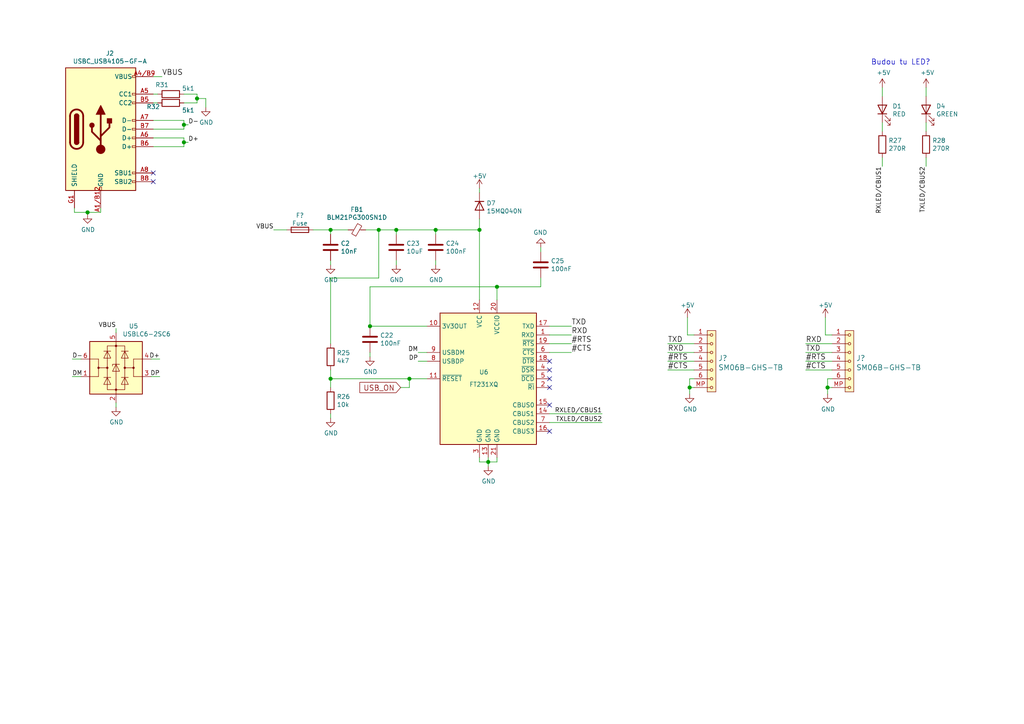
<source format=kicad_sch>
(kicad_sch (version 20210406) (generator eeschema)
  (paper "A4")
  (lib_symbols
    (symbol "Device:C" (pin_numbers hide) (pin_names (offset 0.254))
      (property "Reference" "C" (at 0.635 2.54 0))
      (property "Value" "C" (at 0.635 -2.54 0))
      (symbol "C_0_1"
        (polyline (pts (xy -2.032 -0.762) (xy 2.032 -0.762)) (stroke (width 0.508)))
        (polyline (pts (xy -2.032 0.762) (xy 2.032 0.762)) (stroke (width 0.508)))
      )
      (symbol "C_1_1"
        (pin passive line (at 0 3.81 270) (length 2.794) (name "~") (number "1"))
        (pin passive line (at 0 -3.81 90) (length 2.794) (name "~") (number "2"))
      )
    )
    (symbol "Device:D" (pin_numbers hide) (pin_names (offset 1.016) hide)
      (property "Reference" "D" (at 0 2.54 0))
      (property "Value" "D" (at 0 -2.54 0))
      (symbol "D_0_1"
        (polyline (pts (xy -1.27 1.27) (xy -1.27 -1.27)) (stroke (width 0.254)))
        (polyline (pts (xy 1.27 0) (xy -1.27 0)))
        (polyline (pts (xy 1.27 1.27) (xy 1.27 -1.27) (xy -1.27 0) (xy 1.27 1.27)) (stroke (width 0.254)))
      )
      (symbol "D_1_1"
        (pin passive line (at -3.81 0 0) (length 2.54) (name "K") (number "1"))
        (pin passive line (at 3.81 0 180) (length 2.54) (name "A") (number "2"))
      )
    )
    (symbol "Device:FerriteBead_Small" (pin_numbers hide) (pin_names (offset 0))
      (property "Reference" "FB" (at 1.905 1.27 0))
      (property "Value" "FerriteBead_Small" (at 1.905 -1.27 0))
      (symbol "FerriteBead_Small_0_1"
        (polyline (pts (xy 0 -1.27) (xy 0 -0.7874)))
        (polyline (pts (xy 0 0.889) (xy 0 1.2954)))
        (polyline (pts (xy -1.8288 0.2794) (xy -1.1176 1.4986) (xy 1.8288 -0.2032) (xy 1.1176 -1.4224) (xy -1.8288 0.2794)))
      )
      (symbol "FerriteBead_Small_1_1"
        (pin passive line (at 0 2.54 270) (length 1.27) (name "~") (number "1"))
        (pin passive line (at 0 -2.54 90) (length 1.27) (name "~") (number "2"))
      )
    )
    (symbol "Device:Fuse" (pin_numbers hide) (pin_names (offset 0))
      (property "Reference" "F" (at 2.032 0 90))
      (property "Value" "Fuse" (at -1.905 0 90))
      (symbol "Fuse_0_1"
        (rectangle (start -0.762 -2.54) (end 0.762 2.54) (stroke (width 0.254)))
        (polyline (pts (xy 0 2.54) (xy 0 -2.54)))
      )
      (symbol "Fuse_1_1"
        (pin passive line (at 0 3.81 270) (length 1.27) (name "~") (number "1"))
        (pin passive line (at 0 -3.81 90) (length 1.27) (name "~") (number "2"))
      )
    )
    (symbol "Device:LED" (pin_numbers hide) (pin_names (offset 1.016) hide)
      (property "Reference" "D" (at 0 2.54 0))
      (property "Value" "LED" (at 0 -2.54 0))
      (symbol "LED_0_1"
        (polyline (pts (xy -1.27 -1.27) (xy -1.27 1.27)) (stroke (width 0.254)))
        (polyline (pts (xy -1.27 0) (xy 1.27 0)))
        (polyline (pts (xy 1.27 -1.27) (xy 1.27 1.27) (xy -1.27 0) (xy 1.27 -1.27)) (stroke (width 0.254)))
        (polyline (pts (xy -3.048 -0.762) (xy -4.572 -2.286) (xy -3.81 -2.286) (xy -4.572 -2.286) (xy -4.572 -1.524)))
        (polyline (pts (xy -1.778 -0.762) (xy -3.302 -2.286) (xy -2.54 -2.286) (xy -3.302 -2.286) (xy -3.302 -1.524)))
      )
      (symbol "LED_1_1"
        (pin passive line (at -3.81 0 0) (length 2.54) (name "K") (number "1"))
        (pin passive line (at 3.81 0 180) (length 2.54) (name "A") (number "2"))
      )
    )
    (symbol "Device:R" (pin_numbers hide) (pin_names (offset 0))
      (property "Reference" "R" (at 2.032 0 90))
      (property "Value" "R" (at 0 0 90))
      (symbol "R_0_1"
        (rectangle (start -1.016 -2.54) (end 1.016 2.54) (stroke (width 0.254)))
      )
      (symbol "R_1_1"
        (pin passive line (at 0 3.81 270) (length 1.27) (name "~") (number "1"))
        (pin passive line (at 0 -3.81 90) (length 1.27) (name "~") (number "2"))
      )
    )
    (symbol "Interface_USB:FT231XQ"
      (property "Reference" "U" (at -13.97 20.32 0))
      (property "Value" "FT231XQ" (at 6.35 20.32 0))
      (symbol "FT231XQ_0_1"
        (rectangle (start -13.97 19.05) (end 13.97 -19.05) (stroke (width 0.254)) (fill (type background)))
      )
      (symbol "FT231XQ_1_1"
        (pin input line (at 17.78 12.7 180) (length 3.81) (name "RXD") (number "1"))
        (pin power_out line (at -17.78 15.24 0) (length 3.81) (name "3V3OUT") (number "10"))
        (pin input line (at -17.78 0 0) (length 3.81) (name "~RESET") (number "11"))
        (pin power_in line (at -2.54 22.86 270) (length 3.81) (name "VCC") (number "12"))
        (pin power_in line (at 0 -22.86 90) (length 3.81) (name "GND") (number "13"))
        (pin bidirectional line (at 17.78 -10.16 180) (length 3.81) (name "CBUS1") (number "14"))
        (pin bidirectional line (at 17.78 -7.62 180) (length 3.81) (name "CBUS0") (number "15"))
        (pin bidirectional line (at 17.78 -15.24 180) (length 3.81) (name "CBUS3") (number "16"))
        (pin output line (at 17.78 15.24 180) (length 3.81) (name "TXD") (number "17"))
        (pin output line (at 17.78 5.08 180) (length 3.81) (name "~DTR") (number "18"))
        (pin output line (at 17.78 10.16 180) (length 3.81) (name "~RTS") (number "19"))
        (pin input line (at 17.78 -2.54 180) (length 3.81) (name "~RI") (number "2"))
        (pin power_in line (at 2.54 22.86 270) (length 3.81) (name "VCCIO") (number "20"))
        (pin power_in line (at 2.54 -22.86 90) (length 3.81) (name "GND") (number "21"))
        (pin power_in line (at -2.54 -22.86 90) (length 3.81) (name "GND") (number "3"))
        (pin input line (at 17.78 2.54 180) (length 3.81) (name "~DSR") (number "4"))
        (pin input line (at 17.78 0 180) (length 3.81) (name "~DCD") (number "5"))
        (pin input line (at 17.78 7.62 180) (length 3.81) (name "~CTS") (number "6"))
        (pin bidirectional line (at 17.78 -12.7 180) (length 3.81) (name "CBUS2") (number "7"))
        (pin bidirectional line (at -17.78 5.08 0) (length 3.81) (name "USBDP") (number "8"))
        (pin bidirectional line (at -17.78 7.62 0) (length 3.81) (name "USBDM") (number "9"))
      )
    )
    (symbol "MLAB_CONNECTORS:USBC_USB4105-GF-A" (pin_names (offset 1.016))
      (property "Reference" "J" (at -10.16 19.05 0))
      (property "Value" "USBC_USB4105-GF-A" (at 19.05 19.05 0))
      (symbol "USBC_USB4105-GF-A_0_0"
        (rectangle (start -0.254 -17.78) (end 0.254 -16.764))
        (rectangle (start 10.16 -14.986) (end 9.144 -15.494))
        (rectangle (start 10.16 -12.446) (end 9.144 -12.954))
        (rectangle (start 10.16 -4.826) (end 9.144 -5.334))
        (rectangle (start 10.16 -2.286) (end 9.144 -2.794))
        (rectangle (start 10.16 0.254) (end 9.144 -0.254))
        (rectangle (start 10.16 2.794) (end 9.144 2.286))
        (rectangle (start 10.16 7.874) (end 9.144 7.366))
        (rectangle (start 10.16 10.414) (end 9.144 9.906))
        (rectangle (start 10.16 15.494) (end 9.144 14.986))
      )
      (symbol "USBC_USB4105-GF-A_0_1"
        (arc (start -8.89 -3.81) (end -5.08 -3.81) (radius (at -6.985 -3.81) (length 1.905) (angles -179.9 -0.1)) (stroke (width 0.508)))
        (arc (start -7.62 -3.81) (end -6.35 -3.81) (radius (at -6.985 -3.81) (length 0.635) (angles -179.9 -0.1)) (stroke (width 0.254)))
        (arc (start -6.35 3.81) (end -7.62 3.81) (radius (at -6.985 3.81) (length 0.635) (angles 0.1 179.9)) (stroke (width 0.254)))
        (arc (start -5.08 3.81) (end -8.89 3.81) (radius (at -6.985 3.81) (length 1.905) (angles 0.1 179.9)) (stroke (width 0.508)))
        (arc (start -7.62 -3.81) (end -6.35 -3.81) (radius (at -6.985 -3.81) (length 0.635) (angles -179.9 -0.1)) (stroke (width 0.254)) (fill (type outline)))
        (arc (start -6.35 3.81) (end -7.62 3.81) (radius (at -6.985 3.81) (length 0.635) (angles 0.1 179.9)) (stroke (width 0.254)) (fill (type outline)))
        (circle (center -2.54 1.143) (radius 0.635) (stroke (width 0.254)) (fill (type outline)))
        (circle (center 0 -5.842) (radius 1.27) (fill (type outline)))
        (rectangle (start -7.62 -3.81) (end -6.35 3.81) (stroke (width 0.254)) (fill (type outline)))
        (rectangle (start 1.905 1.778) (end 3.175 3.048) (stroke (width 0.254)) (fill (type outline)))
        (rectangle (start -10.16 17.78) (end 10.16 -17.78) (stroke (width 0.254)) (fill (type background)))
        (polyline (pts (xy -8.89 -3.81) (xy -8.89 3.81)) (stroke (width 0.508)))
        (polyline (pts (xy -5.08 3.81) (xy -5.08 -3.81)) (stroke (width 0.508)))
        (polyline (pts (xy 0 -5.842) (xy 0 4.318)) (stroke (width 0.508)))
        (polyline (pts (xy 0 -3.302) (xy -2.54 -0.762) (xy -2.54 0.508)) (stroke (width 0.508)))
        (polyline (pts (xy 0 -2.032) (xy 2.54 0.508) (xy 2.54 1.778)) (stroke (width 0.508)))
        (polyline (pts (xy -1.27 4.318) (xy 0 6.858) (xy 1.27 4.318) (xy -1.27 4.318)) (stroke (width 0.254)) (fill (type outline)))
      )
      (symbol "USBC_USB4105-GF-A_1_1"
        (pin passive line (at 0 -22.86 90) (length 5.08) (name "GND") (number "A1/B12"))
        (pin passive line (at 15.24 15.24 180) (length 5.08) (name "VBUS") (number "A4/B9"))
        (pin bidirectional line (at 15.24 10.16 180) (length 5.08) (name "CC1") (number "A5"))
        (pin bidirectional line (at 15.24 -2.54 180) (length 5.08) (name "D+") (number "A6"))
        (pin bidirectional line (at 15.24 2.54 180) (length 5.08) (name "D-") (number "A7"))
        (pin bidirectional line (at 15.24 -12.7 180) (length 5.08) (name "SBU1") (number "A8"))
        (pin passive line (at 0 -22.86 90) (length 5.08) hide (name "GND") (number "B1/A12"))
        (pin passive line (at 15.24 15.24 180) (length 5.08) hide (name "VBUS") (number "B4/A9"))
        (pin bidirectional line (at 15.24 7.62 180) (length 5.08) (name "CC2") (number "B5"))
        (pin bidirectional line (at 15.24 -5.08 180) (length 5.08) (name "D+") (number "B6"))
        (pin bidirectional line (at 15.24 0 180) (length 5.08) (name "D-") (number "B7"))
        (pin bidirectional line (at 15.24 -15.24 180) (length 5.08) (name "SBU2") (number "B8"))
        (pin passive line (at -7.62 -22.86 90) (length 5.08) (name "SHIELD") (number "G1"))
        (pin passive line (at -7.62 -22.86 90) (length 5.08) hide (name "SHIELD") (number "G2"))
        (pin passive line (at -7.62 -22.86 90) (length 5.08) hide (name "SHIELD") (number "G3"))
        (pin passive line (at -7.62 -22.86 90) (length 5.08) hide (name "SHIELD") (number "G4"))
      )
    )
    (symbol "MLAB_CONNECTORS_JST:SM06B-GHS-TB" (pin_names (offset 1.016))
      (property "Reference" "J" (at 0 -10.16 0))
      (property "Value" "SM06B-GHS-TB" (at 0 10.16 0))
      (symbol "SM06B-GHS-TB_0_1"
        (circle (center 0 -7.62) (radius 0.381))
        (circle (center 0 -5.08) (radius 0.381))
        (circle (center 0 -2.54) (radius 0.381))
        (circle (center 0 0) (radius 0.381))
        (circle (center 0 2.54) (radius 0.381))
        (circle (center 0 5.08) (radius 0.381))
        (circle (center 0 7.62) (radius 0.381))
        (rectangle (start -1.27 8.89) (end 1.27 -8.89) (fill (type background)))
        (polyline (pts (xy -1.27 -7.62) (xy -0.381 -7.62)))
        (polyline (pts (xy -1.27 -5.08) (xy -0.381 -5.08)))
        (polyline (pts (xy -1.27 -2.54) (xy -0.381 -2.54)))
        (polyline (pts (xy -1.27 0) (xy -0.381 0)))
        (polyline (pts (xy -1.27 2.54) (xy -0.381 2.54)))
        (polyline (pts (xy -1.27 5.08) (xy -0.381 5.08)))
        (polyline (pts (xy -1.27 7.62) (xy -0.381 7.62)))
      )
      (symbol "SM06B-GHS-TB_1_1"
        (pin input line (at -5.08 7.62 0) (length 3.81) (name "~") (number "1"))
        (pin input line (at -5.08 5.08 0) (length 3.81) (name "~") (number "2"))
        (pin input line (at -5.08 2.54 0) (length 3.81) (name "~") (number "3"))
        (pin input line (at -5.08 0 0) (length 3.81) (name "~") (number "4"))
        (pin input line (at -5.08 -2.54 0) (length 3.81) (name "~") (number "5"))
        (pin input line (at -5.08 -5.08 0) (length 3.81) (name "~") (number "6"))
        (pin input line (at -5.08 -7.62 0) (length 3.81) (name "~") (number "MP"))
      )
    )
    (symbol "Power_Protection:USBLC6-2SC6" (pin_names hide)
      (property "Reference" "U" (at 2.54 8.89 0))
      (property "Value" "USBLC6-2SC6" (at 2.54 -8.89 0))
      (symbol "USBLC6-2SC6_0_1"
        (circle (center -5.08 0) (radius 0.254) (fill (type outline)))
        (circle (center -2.54 0) (radius 0.254) (fill (type outline)))
        (circle (center 0 -6.35) (radius 0.254) (fill (type outline)))
        (circle (center 0 6.35) (radius 0.254) (fill (type outline)))
        (circle (center 2.54 0) (radius 0.254) (fill (type outline)))
        (circle (center 5.08 0) (radius 0.254) (fill (type outline)))
        (rectangle (start -2.54 6.35) (end 2.54 -6.35))
        (rectangle (start -7.62 -7.62) (end 7.62 7.62) (stroke (width 0.254)) (fill (type background)))
        (polyline (pts (xy -5.08 -2.54) (xy -7.62 -2.54)))
        (polyline (pts (xy -5.08 0) (xy -5.08 -2.54)))
        (polyline (pts (xy -5.08 2.54) (xy -7.62 2.54)))
        (polyline (pts (xy -1.524 -2.794) (xy -3.556 -2.794)))
        (polyline (pts (xy -1.524 4.826) (xy -3.556 4.826)))
        (polyline (pts (xy 0 -7.62) (xy 0 -6.35)))
        (polyline (pts (xy 0 -6.35) (xy 0 1.27)))
        (polyline (pts (xy 0 1.27) (xy 0 6.35)))
        (polyline (pts (xy 0 6.35) (xy 0 7.62)))
        (polyline (pts (xy 1.524 -2.794) (xy 3.556 -2.794)))
        (polyline (pts (xy 1.524 4.826) (xy 3.556 4.826)))
        (polyline (pts (xy 5.08 -2.54) (xy 7.62 -2.54)))
        (polyline (pts (xy 5.08 0) (xy 5.08 -2.54)))
        (polyline (pts (xy 5.08 2.54) (xy 7.62 2.54)))
        (polyline (pts (xy -2.54 0) (xy -5.08 0) (xy -5.08 2.54)))
        (polyline (pts (xy 2.54 0) (xy 5.08 0) (xy 5.08 2.54)))
        (polyline (pts (xy -3.556 -4.826) (xy -1.524 -4.826) (xy -2.54 -2.794) (xy -3.556 -4.826)))
        (polyline (pts (xy -3.556 2.794) (xy -1.524 2.794) (xy -2.54 4.826) (xy -3.556 2.794)))
        (polyline (pts (xy -1.016 -1.016) (xy 1.016 -1.016) (xy 0 1.016) (xy -1.016 -1.016)))
        (polyline (pts (xy 1.016 1.016) (xy 0.762 1.016) (xy -1.016 1.016) (xy -1.016 0.508)))
        (polyline (pts (xy 3.556 -4.826) (xy 1.524 -4.826) (xy 2.54 -2.794) (xy 3.556 -4.826)))
        (polyline (pts (xy 3.556 2.794) (xy 1.524 2.794) (xy 2.54 4.826) (xy 3.556 2.794)))
      )
      (symbol "USBLC6-2SC6_1_1"
        (pin passive line (at -10.16 -2.54 0) (length 2.54) (name "I/O1") (number "1"))
        (pin passive line (at 0 -10.16 90) (length 2.54) (name "GND") (number "2"))
        (pin passive line (at 10.16 -2.54 180) (length 2.54) (name "I/O2") (number "3"))
        (pin passive line (at 10.16 2.54 180) (length 2.54) (name "I/O2") (number "4"))
        (pin passive line (at 0 10.16 270) (length 2.54) (name "VBUS") (number "5"))
        (pin passive line (at -10.16 2.54 0) (length 2.54) (name "I/O1") (number "6"))
      )
    )
    (symbol "power:+5V" (power) (pin_names (offset 0))
      (property "Value" "+5V" (at 0 3.556 0))
      (symbol "+5V_0_1"
        (polyline (pts (xy -0.762 1.27) (xy 0 2.54)))
        (polyline (pts (xy 0 0) (xy 0 2.54)))
        (polyline (pts (xy 0 2.54) (xy 0.762 1.27)))
      )
      (symbol "+5V_1_1"
        (pin power_in line (at 0 0 90) (length 0) hide (name "+5V") (number "1"))
      )
    )
    (symbol "power:GND" (power) (pin_names (offset 0))
      (property "Value" "GND" (at 0 -3.81 0))
      (symbol "GND_0_1"
        (polyline (pts (xy 0 0) (xy 0 -1.27) (xy 1.27 -1.27) (xy 0 -2.54) (xy -1.27 -1.27) (xy 0 -1.27)))
      )
      (symbol "GND_1_1"
        (pin power_in line (at 0 0 270) (length 0) hide (name "GND") (number "1"))
      )
    )
  )
  (junction (at 25.4 61.595) (diameter 1.016))
  (junction (at 53.34 36.195) (diameter 1.016))
  (junction (at 53.34 41.275) (diameter 1.016))
  (junction (at 57.15 28.575) (diameter 1.016))
  (junction (at 95.885 66.675) (diameter 1.016))
  (junction (at 95.885 109.855) (diameter 1.016))
  (junction (at 107.315 94.615) (diameter 1.016))
  (junction (at 109.855 66.675) (diameter 1.016))
  (junction (at 114.935 66.675) (diameter 1.016))
  (junction (at 118.745 109.855) (diameter 1.016))
  (junction (at 126.365 66.675) (diameter 1.016))
  (junction (at 139.065 66.675) (diameter 1.016))
  (junction (at 141.605 133.985) (diameter 1.016))
  (junction (at 144.145 83.185) (diameter 1.016))
  (junction (at 200.025 112.395) (diameter 1.016))
  (junction (at 240.03 112.395) (diameter 1.016))
  (no_connect (at 44.45 50.165))
  (no_connect (at 44.45 52.705))
  (no_connect (at 159.385 104.775))
  (no_connect (at 159.385 107.315))
  (no_connect (at 159.385 109.855))
  (no_connect (at 159.385 112.395))
  (no_connect (at 159.385 117.475))
  (no_connect (at 159.385 125.095))
  (wire (pts (xy 20.955 104.14) (xy 23.495 104.14)))
  (wire (pts (xy 20.955 109.22) (xy 23.495 109.22)))
  (wire (pts (xy 21.59 60.325) (xy 21.59 61.595)))
  (wire (pts (xy 21.59 61.595) (xy 25.4 61.595)))
  (wire (pts (xy 25.4 61.595) (xy 25.4 62.23)))
  (wire (pts (xy 25.4 61.595) (xy 29.21 61.595)))
  (wire (pts (xy 29.21 61.595) (xy 29.21 60.325)))
  (wire (pts (xy 33.655 95.25) (xy 33.655 96.52)))
  (wire (pts (xy 33.655 116.84) (xy 33.655 118.11)))
  (wire (pts (xy 43.815 104.14) (xy 46.355 104.14)))
  (wire (pts (xy 43.815 109.22) (xy 46.355 109.22)))
  (wire (pts (xy 44.45 22.225) (xy 46.99 22.225)))
  (wire (pts (xy 44.45 27.305) (xy 45.72 27.305)))
  (wire (pts (xy 44.45 29.845) (xy 45.72 29.845)))
  (wire (pts (xy 44.45 34.925) (xy 53.34 34.925)))
  (wire (pts (xy 44.45 37.465) (xy 53.34 37.465)))
  (wire (pts (xy 44.45 40.005) (xy 53.34 40.005)))
  (wire (pts (xy 44.45 42.545) (xy 53.34 42.545)))
  (wire (pts (xy 53.34 27.305) (xy 57.15 27.305)))
  (wire (pts (xy 53.34 29.845) (xy 57.15 29.845)))
  (wire (pts (xy 53.34 34.925) (xy 53.34 36.195)))
  (wire (pts (xy 53.34 36.195) (xy 53.34 37.465)))
  (wire (pts (xy 53.34 36.195) (xy 54.61 36.195)))
  (wire (pts (xy 53.34 40.005) (xy 53.34 41.275)))
  (wire (pts (xy 53.34 41.275) (xy 53.34 42.545)))
  (wire (pts (xy 53.34 41.275) (xy 54.61 41.275)))
  (wire (pts (xy 57.15 27.305) (xy 57.15 28.575)))
  (wire (pts (xy 57.15 28.575) (xy 57.15 29.845)))
  (wire (pts (xy 57.15 28.575) (xy 59.69 28.575)))
  (wire (pts (xy 59.69 28.575) (xy 59.69 31.115)))
  (wire (pts (xy 79.375 66.675) (xy 83.185 66.675)))
  (wire (pts (xy 90.805 66.675) (xy 95.885 66.675)))
  (wire (pts (xy 95.885 66.675) (xy 95.885 67.945)))
  (wire (pts (xy 95.885 66.675) (xy 100.965 66.675)))
  (wire (pts (xy 95.885 75.565) (xy 95.885 76.835)))
  (wire (pts (xy 95.885 80.645) (xy 95.885 99.695)))
  (wire (pts (xy 95.885 107.315) (xy 95.885 109.855)))
  (wire (pts (xy 95.885 109.855) (xy 95.885 112.395)))
  (wire (pts (xy 95.885 109.855) (xy 118.745 109.855)))
  (wire (pts (xy 95.885 120.015) (xy 95.885 121.285)))
  (wire (pts (xy 106.045 66.675) (xy 109.855 66.675)))
  (wire (pts (xy 107.315 83.185) (xy 107.315 94.615)))
  (wire (pts (xy 107.315 83.185) (xy 144.145 83.185)))
  (wire (pts (xy 107.315 94.615) (xy 123.825 94.615)))
  (wire (pts (xy 107.315 102.235) (xy 107.315 103.505)))
  (wire (pts (xy 109.855 66.675) (xy 109.855 80.645)))
  (wire (pts (xy 109.855 66.675) (xy 114.935 66.675)))
  (wire (pts (xy 109.855 80.645) (xy 95.885 80.645)))
  (wire (pts (xy 114.935 66.675) (xy 114.935 67.945)))
  (wire (pts (xy 114.935 66.675) (xy 126.365 66.675)))
  (wire (pts (xy 114.935 75.565) (xy 114.935 76.835)))
  (wire (pts (xy 118.745 109.855) (xy 118.745 112.395)))
  (wire (pts (xy 118.745 109.855) (xy 123.825 109.855)))
  (wire (pts (xy 118.745 112.395) (xy 116.205 112.395)))
  (wire (pts (xy 121.285 102.235) (xy 123.825 102.235)))
  (wire (pts (xy 121.285 104.775) (xy 123.825 104.775)))
  (wire (pts (xy 126.365 66.675) (xy 126.365 67.945)))
  (wire (pts (xy 126.365 66.675) (xy 139.065 66.675)))
  (wire (pts (xy 126.365 75.565) (xy 126.365 76.835)))
  (wire (pts (xy 139.065 54.61) (xy 139.065 55.88)))
  (wire (pts (xy 139.065 63.5) (xy 139.065 66.675)))
  (wire (pts (xy 139.065 66.675) (xy 139.065 86.995)))
  (wire (pts (xy 139.065 132.715) (xy 139.065 133.985)))
  (wire (pts (xy 139.065 133.985) (xy 141.605 133.985)))
  (wire (pts (xy 141.605 132.715) (xy 141.605 133.985)))
  (wire (pts (xy 141.605 133.985) (xy 141.605 135.255)))
  (wire (pts (xy 141.605 133.985) (xy 144.145 133.985)))
  (wire (pts (xy 144.145 83.185) (xy 144.145 86.995)))
  (wire (pts (xy 144.145 83.185) (xy 156.845 83.185)))
  (wire (pts (xy 144.145 133.985) (xy 144.145 132.715)))
  (wire (pts (xy 156.845 71.755) (xy 156.845 73.025)))
  (wire (pts (xy 156.845 80.645) (xy 156.845 83.185)))
  (wire (pts (xy 159.385 94.615) (xy 165.735 94.615)))
  (wire (pts (xy 159.385 97.155) (xy 165.735 97.155)))
  (wire (pts (xy 159.385 99.695) (xy 165.735 99.695)))
  (wire (pts (xy 159.385 102.235) (xy 165.735 102.235)))
  (wire (pts (xy 159.385 120.015) (xy 174.625 120.015)))
  (wire (pts (xy 159.385 122.555) (xy 174.625 122.555)))
  (wire (pts (xy 193.675 99.695) (xy 201.295 99.695)))
  (wire (pts (xy 193.675 102.235) (xy 201.295 102.235)))
  (wire (pts (xy 193.675 104.775) (xy 201.295 104.775)))
  (wire (pts (xy 193.675 107.315) (xy 201.295 107.315)))
  (wire (pts (xy 199.39 92.075) (xy 199.39 97.155)))
  (wire (pts (xy 200.025 109.855) (xy 200.025 112.395)))
  (wire (pts (xy 200.025 112.395) (xy 200.025 114.3)))
  (wire (pts (xy 201.295 97.155) (xy 199.39 97.155)))
  (wire (pts (xy 201.295 109.855) (xy 200.025 109.855)))
  (wire (pts (xy 201.295 112.395) (xy 200.025 112.395)))
  (wire (pts (xy 233.68 99.695) (xy 241.3 99.695)))
  (wire (pts (xy 233.68 102.235) (xy 241.3 102.235)))
  (wire (pts (xy 233.68 104.775) (xy 241.3 104.775)))
  (wire (pts (xy 233.68 107.315) (xy 241.3 107.315)))
  (wire (pts (xy 239.395 92.075) (xy 239.395 97.155)))
  (wire (pts (xy 240.03 109.855) (xy 240.03 112.395)))
  (wire (pts (xy 240.03 112.395) (xy 240.03 114.3)))
  (wire (pts (xy 241.3 97.155) (xy 239.395 97.155)))
  (wire (pts (xy 241.3 109.855) (xy 240.03 109.855)))
  (wire (pts (xy 241.3 112.395) (xy 240.03 112.395)))
  (wire (pts (xy 255.905 25.4) (xy 255.905 27.94)))
  (wire (pts (xy 255.905 35.56) (xy 255.905 38.1)))
  (wire (pts (xy 255.905 45.72) (xy 255.905 48.26)))
  (wire (pts (xy 268.605 25.4) (xy 268.605 27.94)))
  (wire (pts (xy 268.605 35.56) (xy 268.605 38.1)))
  (wire (pts (xy 268.605 45.72) (xy 268.605 48.26)))
  (text "Budou tu LED?" (at 269.875 19.05 180) (effects (font (size 1.524 1.524)) (justify right bottom)))
  (label "D-" (at 20.955 104.14 0))
  (label "DM" (at 20.955 109.22 0))
  (label "VBUS" (at 33.655 95.25 180))
  (label "D+" (at 46.355 104.14 180))
  (label "DP" (at 46.355 109.22 180))
  (label "VBUS" (at 46.99 22.225 0) (effects (font (size 1.524 1.524))))
  (label "D-" (at 54.61 36.195 0))
  (label "D+" (at 54.61 41.275 0))
  (label "VBUS" (at 79.375 66.675 180))
  (label "DM" (at 121.285 102.235 180))
  (label "DP" (at 121.285 104.775 180))
  (label "TXD" (at 165.735 94.615 0) (effects (font (size 1.524 1.524))))
  (label "RXD" (at 165.735 97.155 0) (effects (font (size 1.524 1.524))))
  (label "#RTS" (at 165.735 99.695 0) (effects (font (size 1.524 1.524))))
  (label "#CTS" (at 165.735 102.235 0) (effects (font (size 1.524 1.524))))
  (label "RXLED{slash}CBUS1" (at 174.625 120.015 180))
  (label "TXLED{slash}CBUS2" (at 174.625 122.555 180))
  (label "TXD" (at 193.675 99.695 0) (effects (font (size 1.524 1.524))))
  (label "RXD" (at 193.675 102.235 0) (effects (font (size 1.524 1.524))))
  (label "#RTS" (at 193.675 104.775 0) (effects (font (size 1.524 1.524))))
  (label "#CTS" (at 193.675 107.315 0) (effects (font (size 1.524 1.524))))
  (label "RXD" (at 233.68 99.695 0) (effects (font (size 1.524 1.524))))
  (label "TXD" (at 233.68 102.235 0) (effects (font (size 1.524 1.524))))
  (label "#RTS" (at 233.68 104.775 0) (effects (font (size 1.524 1.524))))
  (label "#CTS" (at 233.68 107.315 0) (effects (font (size 1.524 1.524))))
  (label "RXLED{slash}CBUS1" (at 255.905 48.26 270))
  (label "TXLED{slash}CBUS2" (at 268.605 48.26 270))
  (global_label "USB_ON" (shape input) (at 116.205 112.395 180) (effects (font (size 1.524 1.524))) (property "Intersheet References" "${INTERSHEET_REFS}" (effects hide)))
  (symbol (lib_id "power:+5V") (at 139.065 54.61 0) (unit 1)
    (property "Reference" "#PWR0126" (effects hide))
    (property "Value" "+5V" (at 139.065 51.0626 0))
  )
  (symbol (lib_id "power:+5V") (at 199.39 92.075 0) (unit 1)
    (property "Reference" "#PWR?" (effects hide))
    (property "Value" "+5V" (at 199.39 88.5276 0))
  )
  (symbol (lib_id "power:+5V") (at 239.395 92.075 0) (unit 1)
    (property "Reference" "#PWR?" (effects hide))
    (property "Value" "+5V" (at 239.395 88.5276 0))
  )
  (symbol (lib_id "power:+5V") (at 255.905 25.4 0) (unit 1)
    (property "Reference" "#PWR0169" (effects hide))
    (property "Value" "+5V" (at 256.2733 21.0756 0))
  )
  (symbol (lib_id "power:+5V") (at 268.605 25.4 0) (unit 1)
    (property "Reference" "#PWR0170" (effects hide))
    (property "Value" "+5V" (at 268.9733 21.0756 0))
  )
  (symbol (lib_id "power:GND") (at 25.4 62.23 0) (unit 1)
    (property "Reference" "#PWR0190" (effects hide))
    (property "Value" "GND" (at 25.527 66.6242 0))
  )
  (symbol (lib_id "power:GND") (at 33.655 118.11 0) (unit 1)
    (property "Reference" "#PWR0162" (effects hide))
    (property "Value" "GND" (at 33.7693 122.4344 0))
  )
  (symbol (lib_id "power:GND") (at 59.69 31.115 0) (unit 1)
    (property "Reference" "#PWR0161" (effects hide))
    (property "Value" "GND" (at 59.817 35.5092 0))
  )
  (symbol (lib_id "power:GND") (at 95.885 76.835 0) (unit 1)
    (property "Reference" "#PWR0167" (effects hide))
    (property "Value" "GND" (at 95.9993 81.1594 0))
  )
  (symbol (lib_id "power:GND") (at 95.885 121.285 0) (unit 1)
    (property "Reference" "#PWR0164" (effects hide))
    (property "Value" "GND" (at 95.9993 125.6094 0))
  )
  (symbol (lib_id "power:GND") (at 107.315 103.505 0) (unit 1)
    (property "Reference" "#PWR0165" (effects hide))
    (property "Value" "GND" (at 107.4293 107.8294 0))
  )
  (symbol (lib_id "power:GND") (at 114.935 76.835 0) (unit 1)
    (property "Reference" "#PWR0166" (effects hide))
    (property "Value" "GND" (at 115.0493 81.1594 0))
  )
  (symbol (lib_id "power:GND") (at 126.365 76.835 0) (unit 1)
    (property "Reference" "#PWR0163" (effects hide))
    (property "Value" "GND" (at 126.4793 81.1594 0))
  )
  (symbol (lib_id "power:GND") (at 141.605 135.255 0) (unit 1)
    (property "Reference" "#PWR0160" (effects hide))
    (property "Value" "GND" (at 141.7193 139.5794 0))
  )
  (symbol (lib_id "power:GND") (at 156.845 71.755 180) (unit 1)
    (property "Reference" "#PWR0168" (effects hide))
    (property "Value" "GND" (at 156.7307 67.4306 0))
  )
  (symbol (lib_id "power:GND") (at 200.025 114.3 0) (unit 1)
    (property "Reference" "#PWR?" (effects hide))
    (property "Value" "GND" (at 200.152 118.6942 0))
  )
  (symbol (lib_id "power:GND") (at 240.03 114.3 0) (unit 1)
    (property "Reference" "#PWR?" (effects hide))
    (property "Value" "GND" (at 240.157 118.6942 0))
  )
  (symbol (lib_id "Device:Fuse") (at 86.995 66.675 90) (unit 1)
    (property "Reference" "F?" (at 86.995 62.4798 90))
    (property "Value" "Fuse" (at 86.995 64.7785 90))
  )
  (symbol (lib_id "Device:R") (at 49.53 27.305 90) (unit 1)
    (property "Reference" "R31" (at 46.99 24.6188 90))
    (property "Value" "5k1" (at 54.61 25.647 90))
    (property "Footprint" "Resistor_SMD:R_0603_1608Metric" (effects hide))
    (property "UST_ID" "5fa0fc3e12875025b3977997" (effects hide))
  )
  (symbol (lib_id "Device:R") (at 49.53 29.845 90) (unit 1)
    (property "Reference" "R32" (at 44.45 30.9688 90))
    (property "Value" "5k1" (at 54.61 31.997 90))
    (property "Footprint" "Resistor_SMD:R_0603_1608Metric" (effects hide))
    (property "UST_ID" "5fa0fc3e12875025b3977997" (effects hide))
  )
  (symbol (lib_id "Device:R") (at 95.885 103.505 0) (unit 1)
    (property "Reference" "R25" (at 97.6631 102.3556 0) (effects (justify left)))
    (property "Value" "4k7" (at 97.663 104.654 0) (effects (justify left)))
    (property "Footprint" "Resistor_SMD:R_0603_1608Metric" (effects hide))
    (property "UST_ID" "5c70984612875079b91f8995" (effects hide))
  )
  (symbol (lib_id "Device:R") (at 95.885 116.205 0) (unit 1)
    (property "Reference" "R26" (at 97.6631 115.0556 0) (effects (justify left)))
    (property "Value" "10k" (at 97.663 117.354 0) (effects (justify left)))
    (property "Footprint" "Resistor_SMD:R_0603_1608Metric" (effects hide))
    (property "UST_ID" "5c70984612875079b91f899f" (effects hide))
  )
  (symbol (lib_id "Device:R") (at 255.905 41.91 0) (unit 1)
    (property "Reference" "R27" (at 257.6831 40.7606 0) (effects (justify left)))
    (property "Value" "270R" (at 257.683 43.059 0) (effects (justify left)))
    (property "Footprint" "Resistor_SMD:R_0603_1608Metric" (effects hide))
    (property "UST_ID" "5c70984512875079b91f8983" (effects hide))
  )
  (symbol (lib_id "Device:R") (at 268.605 41.91 0) (unit 1)
    (property "Reference" "R28" (at 270.3831 40.7606 0) (effects (justify left)))
    (property "Value" "270R" (at 270.383 43.059 0) (effects (justify left)))
    (property "Footprint" "Resistor_SMD:R_0603_1608Metric" (effects hide))
    (property "UST_ID" "5c70984512875079b91f8983" (effects hide))
  )
  (symbol (lib_id "Device:FerriteBead_Small") (at 103.505 66.675 90) (unit 1)
    (property "Reference" "FB1" (at 103.505 60.763 90))
    (property "Value" "BLM21PG300SN1D" (at 103.505 63.0617 90))
    (property "Footprint" "Inductor_SMD:L_0805_2012Metric" (effects hide))
    (property "UST_ID" "5c70984412875079b91f87fd" (effects hide))
  )
  (symbol (lib_id "Device:D") (at 139.065 59.69 270) (unit 1)
    (property "Reference" "D7" (at 141.0971 58.9291 90) (effects (justify left)))
    (property "Value" "15MQ040N" (at 141.0971 61.2278 90) (effects (justify left)))
    (property "Footprint" "Diode_SMD:D_SMA" (effects hide))
  )
  (symbol (lib_id "Device:LED") (at 255.905 31.75 90) (unit 1)
    (property "Reference" "D1" (at 258.8261 30.7911 90) (effects (justify right)))
    (property "Value" "RED" (at 258.826 33.09 90) (effects (justify right)))
    (property "Footprint" "LED_SMD:LED_0603_1608Metric_Castellated" (effects hide))
    (property "UST_ID" "5c70984412875079b91f8896" (effects hide))
  )
  (symbol (lib_id "Device:LED") (at 268.605 31.75 90) (unit 1)
    (property "Reference" "D4" (at 271.5261 30.7911 90) (effects (justify right)))
    (property "Value" "GREEN" (at 271.526 33.09 90) (effects (justify right)))
    (property "Footprint" "LED_SMD:LED_0603_1608Metric_Castellated" (effects hide))
    (property "UST_ID" "5c70984412875079b91f8895" (effects hide))
  )
  (symbol (lib_id "Device:C") (at 95.885 71.755 0) (unit 1)
    (property "Reference" "C2" (at 98.8061 70.6056 0) (effects (justify left)))
    (property "Value" "10nF" (at 98.806 72.904 0) (effects (justify left)))
    (property "Footprint" "Capacitor_SMD:C_0603_1608Metric" (effects hide))
    (property "UST_ID" "5c70984712875079b91f8b49" (effects hide))
  )
  (symbol (lib_id "Device:C") (at 107.315 98.425 0) (unit 1)
    (property "Reference" "C22" (at 110.2361 97.2756 0) (effects (justify left)))
    (property "Value" "100nF" (at 110.236 99.574 0) (effects (justify left)))
    (property "Footprint" "Capacitor_SMD:C_0603_1608Metric" (effects hide))
    (property "UST_ID" "5c70984712875079b91f8b4c" (effects hide))
  )
  (symbol (lib_id "Device:C") (at 114.935 71.755 0) (unit 1)
    (property "Reference" "C23" (at 117.8561 70.6056 0) (effects (justify left)))
    (property "Value" "10uF" (at 117.856 72.904 0) (effects (justify left)))
    (property "Footprint" "Capacitor_SMD:C_0603_1608Metric" (effects hide))
    (property "UST_ID" "5c70984812875079b91f8bbd" (effects hide))
  )
  (symbol (lib_id "Device:C") (at 126.365 71.755 0) (unit 1)
    (property "Reference" "C24" (at 129.2861 70.6056 0) (effects (justify left)))
    (property "Value" "100nF" (at 129.286 72.904 0) (effects (justify left)))
    (property "Footprint" "Capacitor_SMD:C_0603_1608Metric" (effects hide))
    (property "UST_ID" "5c70984712875079b91f8b4c" (effects hide))
  )
  (symbol (lib_id "Device:C") (at 156.845 76.835 0) (unit 1)
    (property "Reference" "C25" (at 159.7661 75.6856 0) (effects (justify left)))
    (property "Value" "100nF" (at 159.766 77.984 0) (effects (justify left)))
    (property "Footprint" "Capacitor_SMD:C_0603_1608Metric" (effects hide))
    (property "UST_ID" "5c70984712875079b91f8b4c" (effects hide))
  )
  (symbol (lib_id "MLAB_CONNECTORS_JST:SM06B-GHS-TB") (at 206.375 104.775 0) (unit 1)
    (property "Reference" "J?" (at 208.2801 103.8874 0) (effects (font (size 1.524 1.524)) (justify left)))
    (property "Value" "SM06B-GHS-TB" (at 208.2801 106.595 0) (effects (font (size 1.524 1.524)) (justify left)))
    (property "Footprint" "Connector_JST:JST_GH_SM06B-GHS-TB_1x06-1MP_P1.25mm_Horizontal" (effects hide))
  )
  (symbol (lib_id "MLAB_CONNECTORS_JST:SM06B-GHS-TB") (at 246.38 104.775 0) (unit 1)
    (property "Reference" "J?" (at 248.2851 103.8874 0) (effects (font (size 1.524 1.524)) (justify left)))
    (property "Value" "SM06B-GHS-TB" (at 248.2851 106.595 0) (effects (font (size 1.524 1.524)) (justify left)))
    (property "Footprint" "Connector_JST:JST_GH_SM06B-GHS-TB_1x06-1MP_P1.25mm_Horizontal" (effects hide))
  )
  (symbol (lib_id "Power_Protection:USBLC6-2SC6") (at 33.655 106.68 0) (unit 1)
    (property "Reference" "U5" (at 38.735 94.5958 0))
    (property "Value" "USBLC6-2SC6" (at 42.545 96.8945 0))
    (property "Footprint" "Package_TO_SOT_SMD:SOT-23-6" (effects hide))
    (property "Datasheet" "https://www.st.com/resource/en/datasheet/usblc6-2.pdf" (effects hide))
    (property "UST_ID" "5e82e0691287502a334a778c" (effects hide))
  )
  (symbol (lib_id "MLAB_CONNECTORS:USBC_USB4105-GF-A") (at 29.21 37.465 0) (unit 1)
    (property "Reference" "J2" (at 31.877 15.4748 0))
    (property "Value" "USBC_USB4105-GF-A" (at 31.877 17.7735 0))
    (property "Footprint" "Mlab_CON:USBC GCT_USB4105-GF-A" (effects hide))
    (property "UST_ID" "5fa0f94612875025b397795e" (effects hide))
  )
  (symbol (lib_id "Interface_USB:FT231XQ") (at 141.605 109.855 0) (unit 1)
    (property "Reference" "U6" (at 140.335 107.9308 0))
    (property "Value" "FT231XQ" (at 140.335 111.4995 0))
    (property "Footprint" "Package_DFN_QFN:QFN-20-1EP_4x4mm_P0.5mm_EP2.5x2.5mm" (effects hide))
    (property "Datasheet" "https://www.ftdichip.com/Support/Documents/DataSheets/ICs/DS_FT231X.pdf" (effects hide))
    (property "UST_ID" "605d7fe0128750769e769adb" (effects hide))
  )
)
</source>
